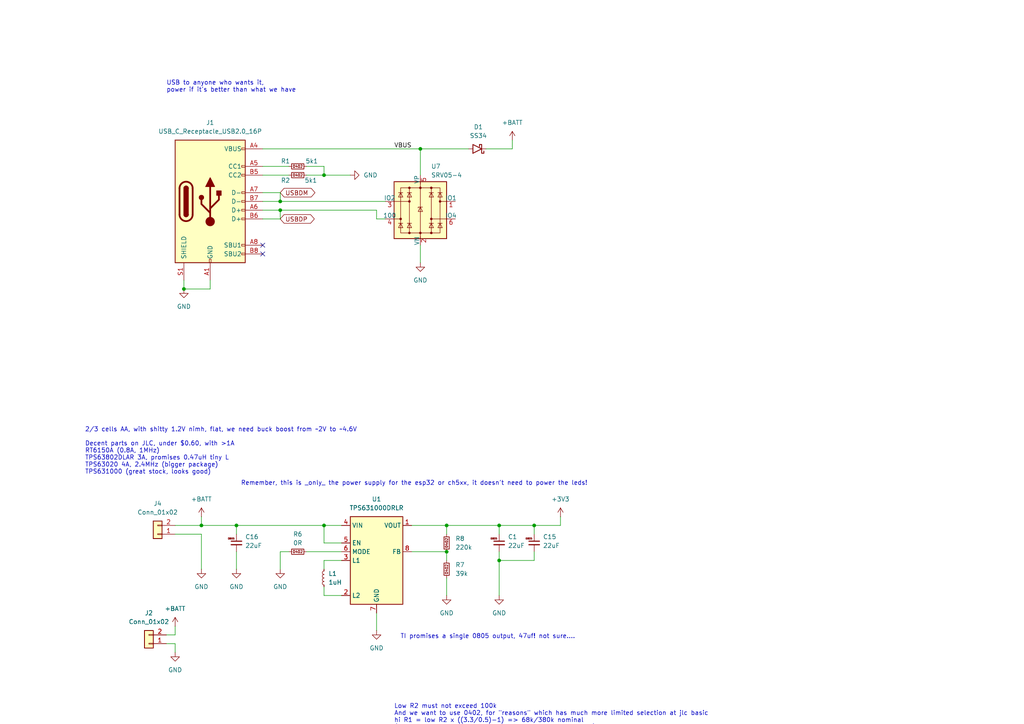
<source format=kicad_sch>
(kicad_sch (version 20250114) (generator "eeschema") (generator_version "9.0")
  (paper "A4")
  (lib_symbols
    (symbol "Connector:USB_C_Receptacle_USB2.0_16P" (pin_names (offset 1.016))
      (property "Reference" "J" (at 0 22.225 0))
      (property "Value" "USB_C_Receptacle_USB2.0_16P" (at 0 19.685 0))
      (symbol "USB_C_Receptacle_USB2.0_16P_0_0"
        (rectangle (start -0.254 -17.78) (end 0.254 -16.764))
        (rectangle (start 10.16 15.494) (end 9.144 14.986))
        (rectangle (start 10.16 10.414) (end 9.144 9.906))
        (rectangle (start 10.16 7.874) (end 9.144 7.366))
        (rectangle (start 10.16 2.794) (end 9.144 2.286))
        (rectangle (start 10.16 0.254) (end 9.144 -0.254))
        (rectangle (start 10.16 -2.286) (end 9.144 -2.794))
        (rectangle (start 10.16 -4.826) (end 9.144 -5.334))
        (rectangle (start 10.16 -12.446) (end 9.144 -12.954))
        (rectangle (start 10.16 -14.986) (end 9.144 -15.494))
      )
      (symbol "USB_C_Receptacle_USB2.0_16P_0_1"
        (rectangle (start -10.16 17.78) (end 10.16 -17.78) (stroke (width 0.254)) (fill (type background)))
        (polyline (pts (xy -8.89 -3.81) (xy -8.89 3.81)) (stroke (width 0.508)))
        (rectangle (start -7.62 -3.81) (end -6.35 3.81) (stroke (width 0.254)) (fill (type outline)))
        (arc (start -7.62 3.81) (mid -6.985 4.4423) (end -6.35 3.81) (stroke (width 0.254)))
        (arc (start -7.62 3.81) (mid -6.985 4.4423) (end -6.35 3.81) (stroke (width 0.254)) (fill (type outline)))
        (arc (start -8.89 3.81) (mid -6.985 5.7067) (end -5.08 3.81) (stroke (width 0.508)))
        (arc (start -5.08 -3.81) (mid -6.985 -5.7067) (end -8.89 -3.81) (stroke (width 0.508)))
        (arc (start -6.35 -3.81) (mid -6.985 -4.4423) (end -7.62 -3.81) (stroke (width 0.254)))
        (arc (start -6.35 -3.81) (mid -6.985 -4.4423) (end -7.62 -3.81) (stroke (width 0.254)) (fill (type outline)))
        (polyline (pts (xy -5.08 3.81) (xy -5.08 -3.81)) (stroke (width 0.508)))
        (circle (center -2.54 1.143) (radius 0.635) (stroke (width 0.254)) (fill (type outline)))
        (polyline (pts (xy -1.27 4.318) (xy 0 6.858) (xy 1.27 4.318) (xy -1.27 4.318)) (stroke (width 0.254)) (fill (type outline)))
        (polyline (pts (xy 0 -2.032) (xy 2.54 0.508) (xy 2.54 1.778)) (stroke (width 0.508)))
        (polyline (pts (xy 0 -3.302) (xy -2.54 -0.762) (xy -2.54 0.508)) (stroke (width 0.508)))
        (polyline (pts (xy 0 -5.842) (xy 0 4.318)) (stroke (width 0.508)))
        (circle (center 0 -5.842) (radius 1.27) (fill (type outline)))
        (rectangle (start 1.905 1.778) (end 3.175 3.048) (stroke (width 0.254)) (fill (type outline)))
      )
      (symbol "USB_C_Receptacle_USB2.0_16P_1_1"
        (pin passive line (at -7.62 -22.86 90) (length 5.08) (name "SHIELD") (number "S1"))
        (pin passive line (at 0 -22.86 90) (length 5.08) (name "GND") (number "A1"))
        (pin passive line (at 0 -22.86 90) (length 5.08) (hide yes) (name "GND") (number "A12"))
        (pin passive line (at 0 -22.86 90) (length 5.08) (hide yes) (name "GND") (number "B1"))
        (pin passive line (at 0 -22.86 90) (length 5.08) (hide yes) (name "GND") (number "B12"))
        (pin passive line (at 15.24 15.24 180) (length 5.08) (name "VBUS") (number "A4"))
        (pin passive line (at 15.24 15.24 180) (length 5.08) (hide yes) (name "VBUS") (number "A9"))
        (pin passive line (at 15.24 15.24 180) (length 5.08) (hide yes) (name "VBUS") (number "B4"))
        (pin passive line (at 15.24 15.24 180) (length 5.08) (hide yes) (name "VBUS") (number "B9"))
        (pin bidirectional line (at 15.24 10.16 180) (length 5.08) (name "CC1") (number "A5"))
        (pin bidirectional line (at 15.24 7.62 180) (length 5.08) (name "CC2") (number "B5"))
        (pin bidirectional line (at 15.24 2.54 180) (length 5.08) (name "D-") (number "A7"))
        (pin bidirectional line (at 15.24 0 180) (length 5.08) (name "D-") (number "B7"))
        (pin bidirectional line (at 15.24 -2.54 180) (length 5.08) (name "D+") (number "A6"))
        (pin bidirectional line (at 15.24 -5.08 180) (length 5.08) (name "D+") (number "B6"))
        (pin bidirectional line (at 15.24 -12.7 180) (length 5.08) (name "SBU1") (number "A8"))
        (pin bidirectional line (at 15.24 -15.24 180) (length 5.08) (name "SBU2") (number "B8"))
      )
    )
    (symbol "Connector_Generic:Conn_01x02" (pin_names (offset 1.016) (hide yes))
      (property "Reference" "J" (at 0 2.54 0))
      (property "Value" "Conn_01x02" (at 0 -5.08 0))
      (symbol "Conn_01x02_1_1"
        (rectangle (start -1.27 1.27) (end 1.27 -3.81) (stroke (width 0.254)) (fill (type background)))
        (rectangle (start -1.27 0.127) (end 0 -0.127) (stroke (width 0.1524)))
        (rectangle (start -1.27 -2.413) (end 0 -2.667) (stroke (width 0.1524)))
        (pin passive line (at -5.08 0 0) (length 3.81) (name "Pin_1") (number "1"))
        (pin passive line (at -5.08 -2.54 0) (length 3.81) (name "Pin_2") (number "2"))
      )
    )
    (symbol "Device:L_Small" (pin_numbers (hide yes)) (pin_names (offset 0.254) (hide yes))
      (property "Reference" "L" (at 0.762 1.016 0))
      (property "Value" "L_Small" (at 0.762 -1.016 0))
      (symbol "L_Small_0_1"
        (arc (start 0 2.032) (mid 0.5058 1.524) (end 0 1.016))
        (arc (start 0 1.016) (mid 0.5058 0.508) (end 0 0))
        (arc (start 0 0) (mid 0.5058 -0.508) (end 0 -1.016))
        (arc (start 0 -1.016) (mid 0.5058 -1.524) (end 0 -2.032))
      )
      (symbol "L_Small_1_1"
        (pin passive line (at 0 2.54 270) (length 0.508) (name "~") (number "1"))
        (pin passive line (at 0 -2.54 90) (length 0.508) (name "~") (number "2"))
      )
    )
    (symbol "karl-atomic-basic:KC0805_22uF_25V" (pin_numbers (hide yes)) (pin_names (offset 0.254) (hide yes))
      (property "Reference" "C" (at 0.254 1.778 0))
      (property "Value" "22uF" (at 0.254 -2.032 0))
      (symbol "KC0805_22uF_25V_0_1"
        (polyline (pts (xy -1.524 0.508) (xy 1.524 0.508)) (stroke (width 0.3048)))
        (polyline (pts (xy -1.524 -0.508) (xy 1.524 -0.508)) (stroke (width 0.3302)))
      )
      (symbol "KC0805_22uF_25V_1_1"
        (text "0805" (at -1.524 1.27 0) (effects (font (size 0.508 0.508))))
        (pin passive line (at 0 2.54 270) (length 2.032) (name "~") (number "1"))
        (pin passive line (at 0 -2.54 90) (length 2.032) (name "~") (number "2"))
      )
    )
    (symbol "karl-atomic-basic:KR0402_0R" (pin_numbers (hide yes)) (pin_names (offset 0.254) (hide yes))
      (property "Reference" "R" (at 0.762 0.508 0))
      (property "Value" "0R" (at 0.762 -1.016 0))
      (symbol "KR0402_0R_0_1"
        (rectangle (start -0.762 1.778) (end 0.762 -1.778) (stroke (width 0.2032)))
      )
      (symbol "KR0402_0R_1_1"
        (text "0402" (at 0 0 900) (effects (font (size 0.762 0.762))))
        (pin passive line (at 0 2.54 270) (length 0.762) (name "~") (number "1"))
        (pin passive line (at 0 -2.54 90) (length 0.762) (name "~") (number "2"))
      )
    )
    (symbol "karl-atomic-basic:KR0402_220k" (pin_numbers (hide yes)) (pin_names (offset 0.254) (hide yes))
      (property "Reference" "R" (at 0.762 0.508 0))
      (property "Value" "220k" (at 0.762 -1.016 0))
      (symbol "KR0402_220k_0_1"
        (rectangle (start -0.762 1.778) (end 0.762 -1.778) (stroke (width 0.2032)))
      )
      (symbol "KR0402_220k_1_1"
        (text "0402" (at 0 0 900) (effects (font (size 0.762 0.762))))
        (pin passive line (at 0 2.54 270) (length 0.762) (name "~") (number "1"))
        (pin passive line (at 0 -2.54 90) (length 0.762) (name "~") (number "2"))
      )
    )
    (symbol "karl-atomic-basic:KR0402_39k" (pin_numbers (hide yes)) (pin_names (offset 0.254) (hide yes))
      (property "Reference" "R" (at 0.762 0.508 0))
      (property "Value" "39k" (at 0.762 -1.016 0))
      (symbol "KR0402_39k_0_1"
        (rectangle (start -0.762 1.778) (end 0.762 -1.778) (stroke (width 0.2032)))
      )
      (symbol "KR0402_39k_1_1"
        (text "0402" (at 0 0 900) (effects (font (size 0.762 0.762))))
        (pin passive line (at 0 2.54 270) (length 0.762) (name "~") (number "1"))
        (pin passive line (at 0 -2.54 90) (length 0.762) (name "~") (number "2"))
      )
    )
    (symbol "karl-atomic-basic:KR0402_5k1" (pin_numbers (hide yes)) (pin_names (offset 0.254) (hide yes))
      (property "Reference" "R" (at 0.762 0.508 0))
      (property "Value" "5k1" (at 0.762 -1.016 0))
      (symbol "KR0402_5k1_0_1"
        (rectangle (start -0.762 1.778) (end 0.762 -1.778) (stroke (width 0.2032)))
      )
      (symbol "KR0402_5k1_1_1"
        (text "0402" (at 0 0 900) (effects (font (size 0.762 0.762))))
        (pin passive line (at 0 2.54 270) (length 0.762) (name "~") (number "1"))
        (pin passive line (at 0 -2.54 90) (length 0.762) (name "~") (number "2"))
      )
    )
    (symbol "karl-atomic-basic:SRV05-4" (pin_names (offset 0))
      (property "Reference" "U" (at -5.08 11.43 0))
      (property "Value" "SRV05-4" (at 2.54 11.43 0))
      (symbol "SRV05-4_0_0"
        (rectangle (start -5.715 6.477) (end 5.715 -6.604))
        (polyline (pts (xy -3.175 -6.604) (xy -3.175 6.477)))
        (polyline (pts (xy 3.175 6.477) (xy 3.175 -6.604)))
      )
      (symbol "SRV05-4_0_1"
        (polyline (pts (xy -7.747 2.54) (xy -3.175 2.54)))
        (rectangle (start -7.62 8.255) (end 7.62 -8.255) (stroke (width 0.254)) (fill (type background)))
        (polyline (pts (xy -7.62 -2.54) (xy -5.715 -2.54)))
        (circle (center -5.715 -2.54) (radius 0.2794) (fill (type outline)))
        (polyline (pts (xy -5.08 5.08) (xy -6.35 5.08)))
        (polyline (pts (xy -5.08 3.81) (xy -6.35 3.81) (xy -5.715 5.08) (xy -5.08 3.81)))
        (polyline (pts (xy -5.08 -3.81) (xy -6.35 -3.81)))
        (polyline (pts (xy -5.08 -5.08) (xy -6.35 -5.08) (xy -5.715 -3.81) (xy -5.08 -5.08)))
        (circle (center -3.175 6.477) (radius 0.2794) (fill (type outline)))
        (circle (center -3.175 2.54) (radius 0.2794) (fill (type outline)))
        (circle (center -3.175 -6.604) (radius 0.2794) (fill (type outline)))
        (polyline (pts (xy -2.54 5.08) (xy -3.81 5.08)))
        (polyline (pts (xy -2.54 3.81) (xy -3.81 3.81) (xy -3.175 5.08) (xy -2.54 3.81)))
        (polyline (pts (xy -2.54 -3.81) (xy -3.81 -3.81)))
        (polyline (pts (xy -2.54 -5.08) (xy -3.81 -5.08) (xy -3.175 -3.81) (xy -2.54 -5.08)))
        (polyline (pts (xy 0 8.255) (xy 0 -8.255)))
        (circle (center 0 6.477) (radius 0.2794) (fill (type outline)))
        (circle (center 0 -6.604) (radius 0.2794) (fill (type outline)))
        (polyline (pts (xy 0.635 0.889) (xy -0.635 0.889) (xy -0.635 0.635)))
        (polyline (pts (xy 0.635 -0.381) (xy -0.635 -0.381) (xy 0 0.889) (xy 0.635 -0.381)))
        (circle (center 3.175 6.477) (radius 0.2794) (fill (type outline)))
        (circle (center 3.175 -2.54) (radius 0.2794) (fill (type outline)))
        (circle (center 3.175 -6.604) (radius 0.2794) (fill (type outline)))
        (polyline (pts (xy 3.81 5.08) (xy 2.54 5.08)))
        (polyline (pts (xy 3.81 3.81) (xy 2.54 3.81) (xy 3.175 5.08) (xy 3.81 3.81)))
        (polyline (pts (xy 3.81 -3.81) (xy 2.54 -3.81)))
        (polyline (pts (xy 3.81 -5.08) (xy 2.54 -5.08) (xy 3.175 -3.81) (xy 3.81 -5.08)))
        (circle (center 5.715 2.54) (radius 0.2794) (fill (type outline)))
        (polyline (pts (xy 6.35 5.08) (xy 5.08 5.08)))
        (polyline (pts (xy 6.35 3.81) (xy 5.08 3.81) (xy 5.715 5.08) (xy 6.35 3.81)))
        (polyline (pts (xy 6.35 -3.81) (xy 5.08 -3.81)))
        (polyline (pts (xy 6.35 -5.08) (xy 5.08 -5.08) (xy 5.715 -3.81) (xy 6.35 -5.08)))
        (polyline (pts (xy 7.62 2.54) (xy 5.715 2.54)))
        (polyline (pts (xy 7.62 -2.54) (xy 3.175 -2.54)))
      )
      (symbol "SRV05-4_1_1"
        (pin passive line (at -10.16 2.54 0) (length 2.54) (name "IO2") (number "3"))
        (pin passive line (at -10.16 -2.54 0) (length 2.54) (name "100") (number "4"))
        (pin passive line (at 0 10.16 270) (length 2.54) (name "VP") (number "5"))
        (pin passive line (at 0 -10.16 90) (length 2.54) (name "VN") (number "2"))
        (pin passive line (at 10.16 2.54 180) (length 2.54) (name "IO1") (number "1"))
        (pin passive line (at 10.16 -2.54 180) (length 2.54) (name "IO4") (number "6"))
      )
    )
    (symbol "karl-atomic-basic:SS34" (pin_numbers (hide yes)) (pin_names (offset 1.016) (hide yes))
      (property "Reference" "D" (at 0 2.54 0))
      (property "Value" "SS34" (at 0 -2.54 0))
      (symbol "SS34_0_1"
        (polyline (pts (xy -1.905 0.635) (xy -1.905 1.27) (xy -1.27 1.27) (xy -1.27 -1.27) (xy -0.635 -1.27) (xy -0.635 -0.635)) (stroke (width 0.254)))
        (polyline (pts (xy 1.27 1.27) (xy 1.27 -1.27) (xy -1.27 0) (xy 1.27 1.27)) (stroke (width 0.254)))
      )
      (symbol "SS34_1_1"
        (pin passive line (at -2.54 0 0) (length 1.27) (name "K") (number "1"))
        (pin passive line (at 2.54 0 180) (length 1.27) (name "A") (number "2"))
      )
    )
    (symbol "karl-parts:TPS631000DRLR"
      (property "Reference" "U" (at -7.62 13.97 0))
      (property "Value" "TPS631000DRLR" (at 2.54 13.97 0))
      (symbol "TPS631000DRLR_0_1"
        (rectangle (start -7.62 12.7) (end 7.62 -12.7) (stroke (width 0.254)) (fill (type background)))
      )
      (symbol "TPS631000DRLR_1_1"
        (pin power_in line (at -10.16 10.16 0) (length 2.54) (name "VIN") (number "4"))
        (pin input line (at -10.16 5.08 0) (length 2.54) (name "EN") (number "5"))
        (pin input line (at -10.16 2.54 0) (length 2.54) (name "MODE") (number "6"))
        (pin input line (at -10.16 0 0) (length 2.54) (name "L1") (number "3"))
        (pin input line (at -10.16 -10.16 0) (length 2.54) (name "L2") (number "2"))
        (pin power_in line (at 0 -15.24 90) (length 2.54) (name "GND") (number "7"))
        (pin power_out line (at 10.16 10.16 180) (length 2.54) (name "VOUT") (number "1"))
        (pin input line (at 10.16 2.54 180) (length 2.54) (name "FB") (number "8"))
      )
    )
    (symbol "power:+3V3" (power) (pin_numbers (hide yes)) (pin_names (offset 0) (hide yes))
      (property "Value" "+3V3" (at 0 3.556 0))
      (symbol "+3V3_0_1"
        (polyline (pts (xy -0.762 1.27) (xy 0 2.54)))
        (polyline (pts (xy 0 2.54) (xy 0.762 1.27)))
        (polyline (pts (xy 0 0) (xy 0 2.54)))
      )
      (symbol "+3V3_1_1"
        (pin power_in line (at 0 0 90) (length 0) (name "~") (number "1"))
      )
    )
    (symbol "power:+BATT" (power) (pin_numbers (hide yes)) (pin_names (offset 0) (hide yes))
      (property "Value" "+BATT" (at 0 3.556 0))
      (symbol "+BATT_0_1"
        (polyline (pts (xy -0.762 1.27) (xy 0 2.54)))
        (polyline (pts (xy 0 2.54) (xy 0.762 1.27)))
        (polyline (pts (xy 0 0) (xy 0 2.54)))
      )
      (symbol "+BATT_1_1"
        (pin power_in line (at 0 0 90) (length 0) (name "~") (number "1"))
      )
    )
    (symbol "power:GND" (power) (pin_numbers (hide yes)) (pin_names (offset 0) (hide yes))
      (property "Value" "GND" (at 0 -3.81 0))
      (symbol "GND_0_1"
        (polyline (pts (xy 0 0) (xy 0 -1.27) (xy 1.27 -1.27) (xy 0 -2.54) (xy -1.27 -1.27) (xy 0 -1.27)))
      )
      (symbol "GND_1_1"
        (pin power_in line (at 0 0 270) (length 0) (name "~") (number "1"))
      )
    )
  )
  (text "Low R2 must not exceed 100k\nAnd we want to use 0402, for \"reasons\" which has much more limited selection at jlc basic\nhi R1 = low R2 x ((3.3/0.5)-1) => 68k/380k nominal\n(TI use 91k for everything, but that's not in basic in 0402)\n68k/330k => 2.9V\n68k/470k => 3.95V  Both those are bad...\n51k/330k => 3.7\n56k/330k => 3.44?\n39k/220k => 3.32? best we can do\n33k/220k => \n(r1/r2 +1) * 0.5 => vout" (at 114.3 215.138 0) (effects (font (size 1.27 1.27)) (justify left)))
  (text "USB to anyone who wants it,\npower if it's better than what we have" (at 48.26 25.146 0) (effects (font (size 1.27 1.27)) (justify left)))
  (text "2/3 cells AA, with shitty 1.2V nimh, flat, we need buck boost from ~2V to ~4.6V\n\nDecent parts on JLC, under $0.60, with >1A\nRT6150A (0.8A, 1MHz)\nTPS63802DLAR 3A, promises 0.47uH tiny L\nTPS63020 4A, 2.4MHz (bigger package)\nTPS631000 (great stock, looks good)\n" (at 24.638 130.81 0) (effects (font (size 1.27 1.27)) (justify left)))
  (text "Remember, this is _only_ the power supply for the esp32 or ch5xx, it doesn't need to power the leds!" (at 69.85 140.208 0) (effects (font (size 1.27 1.27)) (justify left)))
  (text "TI promises a single 0805 output, 47uf! not sure...." (at 141.478 184.658 0) (effects (font (size 1.27 1.27))))
  (junction (at 68.58 152.4))
  (junction (at 129.54 160.02))
  (junction (at 81.28 60.96))
  (junction (at 93.98 152.4))
  (junction (at 93.98 50.8))
  (junction (at 129.54 152.4))
  (junction (at 53.34 83.82))
  (junction (at 58.42 152.4))
  (junction (at 121.92 43.18))
  (junction (at 154.94 152.4))
  (junction (at 144.78 162.56))
  (junction (at 81.28 58.42))
  (junction (at 144.78 152.4))
  (no_connect (at 76.2 73.66))
  (no_connect (at 76.2 71.12))
  (wire (pts (xy 129.54 152.4) (xy 144.78 152.4)))
  (wire (pts (xy 93.98 172.72) (xy 99.06 172.72)))
  (wire (pts (xy 76.2 58.42) (xy 81.28 58.42)))
  (wire (pts (xy 48.26 184.15) (xy 50.8 184.15)))
  (wire (pts (xy 93.98 50.8) (xy 101.6 50.8)))
  (wire (pts (xy 93.98 152.4) (xy 99.06 152.4)))
  (wire (pts (xy 144.78 152.4) (xy 154.94 152.4)))
  (wire (pts (xy 119.38 152.4) (xy 129.54 152.4)))
  (wire (pts (xy 119.38 160.02) (xy 129.54 160.02)))
  (wire (pts (xy 76.2 55.88) (xy 81.28 55.88)))
  (wire (pts (xy 58.42 152.4) (xy 58.42 149.86)))
  (wire (pts (xy 144.78 162.56) (xy 144.78 172.72)))
  (wire (pts (xy 129.54 152.4) (xy 129.54 154.94)))
  (wire (pts (xy 93.98 48.26) (xy 93.98 50.8)))
  (wire (pts (xy 81.28 55.88) (xy 81.28 58.42)))
  (wire (pts (xy 81.28 63.5) (xy 81.28 60.96)))
  (wire (pts (xy 121.92 71.12) (xy 121.92 76.2)))
  (wire (pts (xy 154.94 160.02) (xy 154.94 162.56)))
  (wire (pts (xy 129.54 167.64) (xy 129.54 172.72)))
  (wire (pts (xy 144.78 152.4) (xy 144.78 154.94)))
  (wire (pts (xy 121.92 43.18) (xy 121.92 50.8)))
  (wire (pts (xy 50.8 184.15) (xy 50.8 181.61)))
  (wire (pts (xy 88.9 48.26) (xy 93.98 48.26)))
  (wire (pts (xy 121.92 43.18) (xy 135.89 43.18)))
  (wire (pts (xy 76.2 43.18) (xy 121.92 43.18)))
  (wire (pts (xy 76.2 63.5) (xy 81.28 63.5)))
  (wire (pts (xy 88.9 50.8) (xy 93.98 50.8)))
  (wire (pts (xy 109.22 63.5) (xy 111.76 63.5)))
  (wire (pts (xy 99.06 157.48) (xy 93.98 157.48)))
  (wire (pts (xy 76.2 60.96) (xy 81.28 60.96)))
  (wire (pts (xy 154.94 152.4) (xy 162.56 152.4)))
  (wire (pts (xy 76.2 50.8) (xy 83.82 50.8)))
  (wire (pts (xy 83.82 160.02) (xy 81.28 160.02)))
  (wire (pts (xy 68.58 152.4) (xy 68.58 154.94)))
  (wire (pts (xy 58.42 152.4) (xy 68.58 152.4)))
  (wire (pts (xy 68.58 152.4) (xy 93.98 152.4)))
  (wire (pts (xy 109.22 177.8) (xy 109.22 182.88)))
  (wire (pts (xy 48.26 186.69) (xy 50.8 186.69)))
  (wire (pts (xy 58.42 154.94) (xy 58.42 165.1)))
  (wire (pts (xy 68.58 160.02) (xy 68.58 165.1)))
  (wire (pts (xy 88.9 160.02) (xy 99.06 160.02)))
  (wire (pts (xy 81.28 60.96) (xy 109.22 60.96)))
  (wire (pts (xy 109.22 60.96) (xy 109.22 63.5)))
  (wire (pts (xy 81.28 160.02) (xy 81.28 165.1)))
  (wire (pts (xy 129.54 162.56) (xy 129.54 160.02)))
  (wire (pts (xy 154.94 152.4) (xy 154.94 154.94)))
  (wire (pts (xy 154.94 162.56) (xy 144.78 162.56)))
  (wire (pts (xy 50.8 152.4) (xy 58.42 152.4)))
  (wire (pts (xy 148.59 43.18) (xy 148.59 40.64)))
  (wire (pts (xy 140.97 43.18) (xy 148.59 43.18)))
  (wire (pts (xy 76.2 48.26) (xy 83.82 48.26)))
  (wire (pts (xy 50.8 186.69) (xy 50.8 189.23)))
  (wire (pts (xy 60.96 83.82) (xy 53.34 83.82)))
  (wire (pts (xy 93.98 170.18) (xy 93.98 172.72)))
  (wire (pts (xy 162.56 149.86) (xy 162.56 152.4)))
  (wire (pts (xy 99.06 162.56) (xy 93.98 162.56)))
  (wire (pts (xy 93.98 162.56) (xy 93.98 165.1)))
  (wire (pts (xy 53.34 81.28) (xy 53.34 83.82)))
  (wire (pts (xy 93.98 157.48) (xy 93.98 152.4)))
  (wire (pts (xy 50.8 154.94) (xy 58.42 154.94)))
  (wire (pts (xy 81.28 58.42) (xy 111.76 58.42)))
  (wire (pts (xy 144.78 160.02) (xy 144.78 162.56)))
  (wire (pts (xy 60.96 81.28) (xy 60.96 83.82)))
  (label "VBUS" (at 114.3 43.18 0))
  (global_label "USBDP" (shape bidirectional) (at 81.28 63.5 0) (property "Intersheetrefs" "${INTERSHEET_REFS}" (effects (hide yes))))
  (global_label "USBDM" (shape bidirectional) (at 81.28 55.88 0) (property "Intersheetrefs" "${INTERSHEET_REFS}" (effects (hide yes))))
  (symbol (lib_id "power:+BATT") (at 58.42 149.86 0) (mirror y) (unit 1)
    (property "Reference" "#PWR01" (effects (hide yes)))
    (property "Value" "+BATT" (at 58.42 144.78 0))
    (property "Description" "Power symbol creates a global label with name \"+BATT\"" (effects (hide yes)))
  )
  (symbol (lib_id "power:+3V3") (at 162.56 149.86 0) (unit 1)
    (property "Reference" "#PWR011" (effects (hide yes)))
    (property "Value" "+3V3" (at 162.56 144.78 0))
    (property "Description" "Power symbol creates a global label with name \"+3V3\"" (effects (hide yes)))
  )
  (symbol (lib_id "karl-atomic-basic:KR0402_0R") (at 86.36 160.02 90) (unit 1)
    (property "Reference" "R6" (at 86.36 154.94 90))
    (property "Value" "0R" (at 86.36 157.48 90))
    (property "Footprint" "Resistor_SMD:R_0402_1005Metric" (effects (hide yes)))
    (property "Description" "Resistor, 0603" (effects (hide yes)))
    (property "LCSC Part #" "C17168" (effects (hide yes)))
    (property "MPN" "0402WGF0000TCE" (effects (hide yes)))
    (property "jlcbasic" "basic" (effects (hide yes)))
  )
  (symbol (lib_id "karl-atomic-basic:KR0402_5k1") (at 86.36 48.26 90) (unit 1)
    (property "Reference" "R1" (at 82.804 46.736 90))
    (property "Value" "5k1" (at 90.424 46.736 90))
    (property "Footprint" "Resistor_SMD:R_0402_1005Metric" (effects (hide yes)))
    (property "Description" "Resistor, 0603" (effects (hide yes)))
    (property "LCSC Part #" "C25905" (effects (hide yes)))
    (property "MPN" "0402WGF5101TCE" (effects (hide yes)))
    (property "jlcbasic" "basic" (effects (hide yes)))
  )
  (symbol (lib_id "power:GND") (at 50.8 189.23 0) (mirror y) (unit 1)
    (property "Reference" "#PWR023" (effects (hide yes)))
    (property "Value" "GND" (at 50.8 194.31 0))
    (property "Description" "Power symbol creates a global label with name \"GND\" , ground" (effects (hide yes)))
  )
  (symbol (lib_id "power:GND") (at 58.42 165.1 0) (mirror y) (unit 1)
    (property "Reference" "#PWR02" (effects (hide yes)))
    (property "Value" "GND" (at 58.42 170.18 0))
    (property "Description" "Power symbol creates a global label with name \"GND\" , ground" (effects (hide yes)))
  )
  (symbol (lib_id "power:GND") (at 53.34 83.82 0) (unit 1)
    (property "Reference" "#PWR010" (effects (hide yes)))
    (property "Value" "GND" (at 53.34 88.9 0))
    (property "Description" "Power symbol creates a global label with name \"GND\" , ground" (effects (hide yes)))
  )
  (symbol (lib_id "power:+BATT") (at 50.8 181.61 0) (mirror y) (unit 1)
    (property "Reference" "#PWR022" (effects (hide yes)))
    (property "Value" "+BATT" (at 50.8 176.53 0))
    (property "Description" "Power symbol creates a global label with name \"+BATT\"" (effects (hide yes)))
  )
  (symbol (lib_id "Connector:USB_C_Receptacle_USB2.0_16P") (at 60.96 58.42 0) (unit 1)
    (property "Reference" "J1" (at 60.96 35.56 0))
    (property "Value" "USB_C_Receptacle_USB2.0_16P" (at 60.96 38.1 0))
    (property "Footprint" "Connector_USB:USB_C_Receptacle_GCT_USB4110" (effects (hide yes)))
    (property "Datasheet" "https://www.usb.org/sites/default/files/documents/usb_type-c.zip" (effects (hide yes)))
    (property "Description" "USB 2.0-only 16P Type-C Receptacle connector" (effects (hide yes)))
  )
  (symbol (lib_id "karl-atomic-basic:KR0402_39k") (at 129.54 165.1 0) (unit 1)
    (property "Reference" "R7" (at 132.08 163.8299 0) (effects (justify left)))
    (property "Value" "39k" (at 132.08 166.3699 0) (effects (justify left)))
    (property "Footprint" "Resistor_SMD:R_0402_1005Metric" (effects (hide yes)))
    (property "Description" "Resistor, 0603" (effects (hide yes)))
    (property "LCSC Part #" "C25783" (effects (hide yes)))
    (property "MPN" "0402WGF3902TCE" (effects (hide yes)))
    (property "jlcbasic" "basic" (effects (hide yes)))
  )
  (symbol (lib_id "Device:L_Small") (at 93.98 167.64 180) (unit 1)
    (property "Reference" "L1" (at 95.25 166.3699 0) (effects (justify right)))
    (property "Value" "1uH" (at 95.25 168.9099 0) (effects (justify right)))
    (property "Footprint" "Inductor_SMD:L_1206_3216Metric" (effects (hide yes)))
    (property "Description" "Inductor, small symbol" (effects (hide yes)))
    (property "MPN" "CMP321609UD1R0MT" (effects (hide yes)))
    (property "LCSC Part #" "C139248" (effects (hide yes)))
  )
  (symbol (lib_id "Connector_Generic:Conn_01x02") (at 43.18 186.69 180) (unit 1) (in_bom no)
    (property "Reference" "J2" (at 43.18 177.8 0))
    (property "Value" "Conn_01x02" (at 43.18 180.34 0))
    (property "Footprint" "Connector_PinHeader_2.54mm:PinHeader_1x02_P2.54mm_Vertical" (effects (hide yes)))
    (property "Description" "Generic connector, single row, 01x02, script generated (kicad-library-utils/schlib/autogen/connector/)" (effects (hide yes)))
  )
  (symbol (lib_id "karl-atomic-basic:SRV05-4") (at 121.92 60.96 0) (unit 1)
    (property "Reference" "U7" (at 125.0381 48.26 0) (effects (justify left)))
    (property "Value" "SRV05-4" (at 125.0381 50.8 0) (effects (justify left)))
    (property "Footprint" "Package_TO_SOT_SMD:SOT-23-6" (effects (hide yes)))
    (property "Datasheet" "http://www.onsemi.com/pub/Collateral/SRV05-4-D.PDF" (effects (hide yes)))
    (property "Description" "ESD Protection Diodes with Low Clamping Voltage, SOT-23-6" (effects (hide yes)))
    (property "MPN" "SRV05-4" (effects (hide yes)))
    (property "LCSC Part #" "C7420376" (effects (hide yes)))
    (property "jlcbasic" "preferred" (effects (hide yes)))
  )
  (symbol (lib_id "Connector_Generic:Conn_01x02") (at 45.72 154.94 180) (unit 1)
    (property "Reference" "J4" (at 45.72 146.05 0))
    (property "Value" "Conn_01x02" (at 45.72 148.59 0))
    (property "Footprint" "Connector_Phoenix_MC:PhoenixContact_MCV_1,5_2-G-3.81_1x02_P3.81mm_Vertical" (effects (hide yes)))
    (property "Description" "Generic connector, single row, 01x02, script generated (kicad-library-utils/schlib/autogen/connector/)" (effects (hide yes)))
    (property "MPN" "WJ15EDGVC-3.81-2P" (effects (hide yes)))
    (property "LCSC Part #" "C8396" (effects (hide yes)))
  )
  (symbol (lib_id "power:GND") (at 101.6 50.8 90) (unit 1)
    (property "Reference" "#PWR08" (effects (hide yes)))
    (property "Value" "GND" (at 105.41 50.7999 90) (effects (justify right)))
    (property "Description" "Power symbol creates a global label with name \"GND\" , ground" (effects (hide yes)))
  )
  (symbol (lib_id "karl-atomic-basic:KC0805_22uF_25V") (at 154.94 157.48 0) (unit 1)
    (property "Reference" "C15" (at 157.48 155.7071 0) (effects (justify left)))
    (property "Value" "22uF" (at 157.48 158.2471 0) (effects (justify left)))
    (property "Footprint" "Capacitor_SMD:C_0805_2012Metric" (effects (hide yes)))
    (property "Description" "25V, X5R" (effects (hide yes)))
    (property "MPN" "CL21A226MAQNNNE" (effects (hide yes)))
    (property "LCSC Part #" "C45783" (effects (hide yes)))
  )
  (symbol (lib_id "karl-parts:TPS631000DRLR") (at 109.22 162.56 0) (unit 1)
    (property "Reference" "U1" (at 109.22 144.78 0))
    (property "Value" "TPS631000DRLR" (at 109.22 147.32 0))
    (property "Footprint" "Package_TO_SOT_SMD:SOT-583-8" (effects (hide yes)))
    (property "Datasheet" "https://www.ti.com/lit/ds/symlink/tps631000.pdf" (effects (hide yes)))
    (property "Description" "Buck-Boost Converter, 1.6-5.5V Input Voltage, 1.5-A Switch Current, Adjustable 1.2-5.3 Output Voltage, SOT-583" (effects (hide yes)))
    (property "MPN" "TPS631000DRLR" (effects (hide yes)))
    (property "LCSC Part #" "C5219190" (effects (hide yes)))
  )
  (symbol (lib_id "power:GND") (at 144.78 172.72 0) (unit 1)
    (property "Reference" "#PWR020" (effects (hide yes)))
    (property "Value" "GND" (at 144.78 177.8 0))
    (property "Description" "Power symbol creates a global label with name \"GND\" , ground" (effects (hide yes)))
  )
  (symbol (lib_id "karl-atomic-basic:KC0805_22uF_25V") (at 68.58 157.48 0) (unit 1)
    (property "Reference" "C16" (at 71.12 155.7071 0) (effects (justify left)))
    (property "Value" "22uF" (at 71.12 158.2471 0) (effects (justify left)))
    (property "Footprint" "Capacitor_SMD:C_0805_2012Metric" (effects (hide yes)))
    (property "Description" "25V, X5R" (effects (hide yes)))
    (property "MPN" "CL21A226MAQNNNE" (effects (hide yes)))
    (property "LCSC Part #" "C45783" (effects (hide yes)))
  )
  (symbol (lib_id "power:GND") (at 129.54 172.72 0) (unit 1)
    (property "Reference" "#PWR021" (effects (hide yes)))
    (property "Value" "GND" (at 129.54 177.8 0))
    (property "Description" "Power symbol creates a global label with name \"GND\" , ground" (effects (hide yes)))
  )
  (symbol (lib_id "karl-atomic-basic:KC0805_22uF_25V") (at 144.78 157.48 0) (unit 1)
    (property "Reference" "C1" (at 147.32 155.7071 0) (effects (justify left)))
    (property "Value" "22uF" (at 147.32 158.2471 0) (effects (justify left)))
    (property "Footprint" "Capacitor_SMD:C_0805_2012Metric" (effects (hide yes)))
    (property "Description" "25V, X5R" (effects (hide yes)))
    (property "MPN" "CL21A226MAQNNNE" (effects (hide yes)))
    (property "LCSC Part #" "C45783" (effects (hide yes)))
  )
  (symbol (lib_id "power:GND") (at 121.92 76.2 0) (unit 1)
    (property "Reference" "#PWR09" (effects (hide yes)))
    (property "Value" "GND" (at 121.92 81.28 0))
    (property "Description" "Power symbol creates a global label with name \"GND\" , ground" (effects (hide yes)))
  )
  (symbol (lib_id "power:+BATT") (at 148.59 40.64 0) (unit 1)
    (property "Reference" "#PWR07" (effects (hide yes)))
    (property "Value" "+BATT" (at 148.59 35.56 0))
    (property "Description" "Power symbol creates a global label with name \"+BATT\"" (effects (hide yes)))
  )
  (symbol (lib_id "power:GND") (at 81.28 165.1 0) (unit 1)
    (property "Reference" "#PWR018" (effects (hide yes)))
    (property "Value" "GND" (at 81.28 170.18 0))
    (property "Description" "Power symbol creates a global label with name \"GND\" , ground" (effects (hide yes)))
  )
  (symbol (lib_id "karl-atomic-basic:KR0402_220k") (at 129.54 157.48 0) (unit 1)
    (property "Reference" "R8" (at 132.08 156.2099 0) (effects (justify left)))
    (property "Value" "220k" (at 132.08 158.7499 0) (effects (justify left)))
    (property "Footprint" "Resistor_SMD:R_0402_1005Metric" (effects (hide yes)))
    (property "Description" "Resistor, 0603" (effects (hide yes)))
    (property "LCSC Part #" "C25767" (effects (hide yes)))
    (property "MPN" "0402WGF2203TCE" (effects (hide yes)))
    (property "jlcbasic" "basic" (effects (hide yes)))
  )
  (symbol (lib_id "karl-atomic-basic:SS34") (at 138.43 43.18 180) (unit 1)
    (property "Reference" "D1" (at 138.7475 36.83 0))
    (property "Value" "SS34" (at 138.7475 39.37 0))
    (property "Footprint" "Diode_SMD:D_SMA" (effects (hide yes)))
    (property "Datasheet" "https://jlcpcb.com/api/file/downloadByFileSystemAccessId/8586172667489079296" (effects (hide yes)))
    (property "Description" "40V 3A Schottky Barrier Rectifier Diode, SMA" (effects (hide yes)))
    (property "LCSC Part #" "C8678" (effects (hide yes)))
    (property "jlcbasic" "basic" (effects (hide yes)))
    (property "MPN" "SS34" (effects (hide yes)))
  )
  (symbol (lib_id "power:GND") (at 68.58 165.1 0) (unit 1)
    (property "Reference" "#PWR019" (effects (hide yes)))
    (property "Value" "GND" (at 68.58 170.18 0))
    (property "Description" "Power symbol creates a global label with name \"GND\" , ground" (effects (hide yes)))
  )
  (symbol (lib_id "power:GND") (at 109.22 182.88 0) (unit 1)
    (property "Reference" "#PWR017" (effects (hide yes)))
    (property "Value" "GND" (at 109.22 187.96 0))
    (property "Description" "Power symbol creates a global label with name \"GND\" , ground" (effects (hide yes)))
  )
  (symbol (lib_id "karl-atomic-basic:KR0402_5k1") (at 86.36 50.8 90) (unit 1)
    (property "Reference" "R2" (at 82.804 52.324 90))
    (property "Value" "5k1" (at 90.17 52.324 90))
    (property "Footprint" "Resistor_SMD:R_0402_1005Metric" (effects (hide yes)))
    (property "Description" "Resistor, 0603" (effects (hide yes)))
    (property "LCSC Part #" "C25905" (effects (hide yes)))
    (property "MPN" "0402WGF5101TCE" (effects (hide yes)))
    (property "jlcbasic" "basic" (effects (hide yes)))
  )
)
</source>
